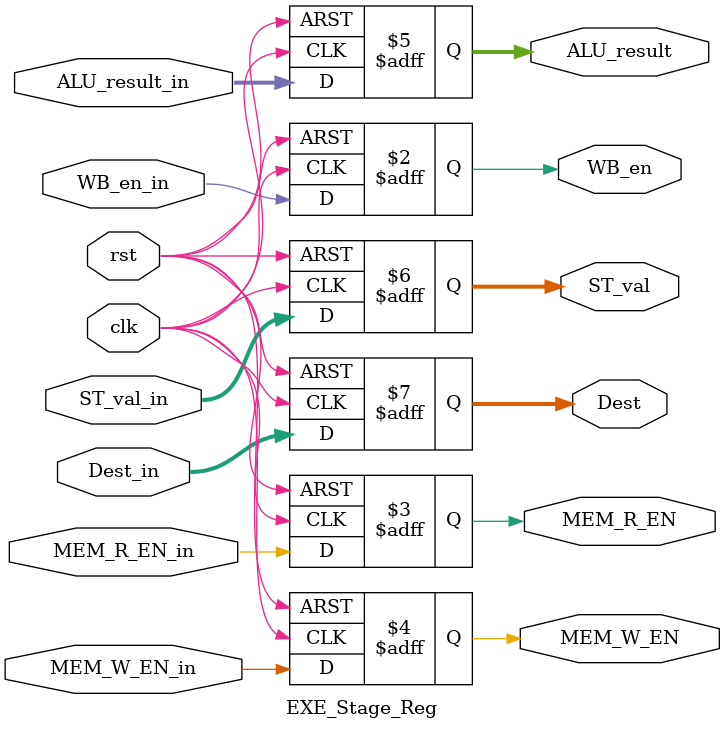
<source format=v>
module EXE_Stage_Reg(
  input clk, rst, WB_en_in, MEM_R_EN_in, MEM_W_EN_in,
  input[31:0] ALU_result_in, ST_val_in,
  input[3:0] Dest_in,
  output reg WB_en, MEM_R_EN, MEM_W_EN,
  output reg[31:0] ALU_result, ST_val,
  output reg[3:0] Dest,
);

  always@(posedge clk, posedge rst) begin
    if(rst) begin
      WB_en <= 0; MEM_R_EN <= 0; MEM_W_EN <= 0; ALU_result <= 0; ST_val <= 0; Dest <= 0;
    end
    else begin
      WB_en <= WB_en_in; MEM_R_EN <= MEM_R_EN_in; MEM_W_EN <= MEM_W_EN_in; ALU_result <= ALU_result_in; ST_val <= ST_val_in; Dest <= Dest_in;
    end
  end

endmodule
</source>
